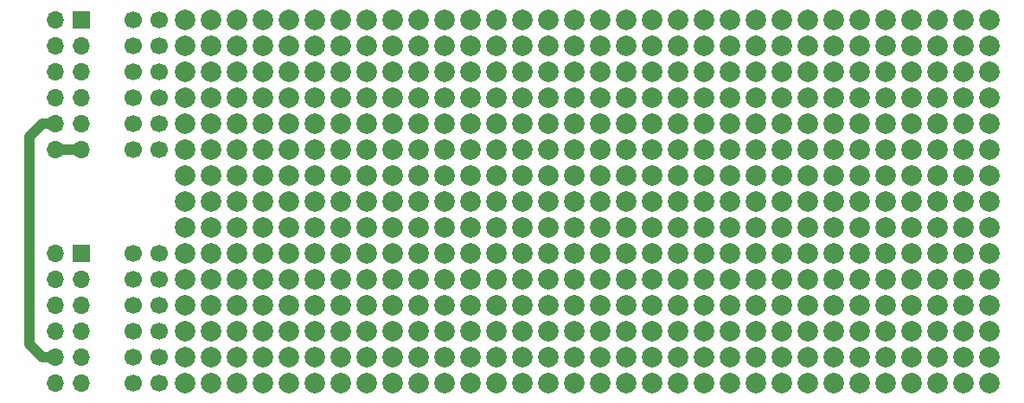
<source format=gbl>
G04 #@! TF.GenerationSoftware,KiCad,Pcbnew,(6.0.9)*
G04 #@! TF.CreationDate,2022-11-21T20:36:18+01:00*
G04 #@! TF.ProjectId,PMOD proto board,504d4f44-2070-4726-9f74-6f20626f6172,V1.0*
G04 #@! TF.SameCoordinates,Original*
G04 #@! TF.FileFunction,Copper,L2,Bot*
G04 #@! TF.FilePolarity,Positive*
%FSLAX46Y46*%
G04 Gerber Fmt 4.6, Leading zero omitted, Abs format (unit mm)*
G04 Created by KiCad (PCBNEW (6.0.9)) date 2022-11-21 20:36:18*
%MOMM*%
%LPD*%
G01*
G04 APERTURE LIST*
G04 #@! TA.AperFunction,ComponentPad*
%ADD10C,1.700000*%
G04 #@! TD*
G04 #@! TA.AperFunction,ComponentPad*
%ADD11C,2.000000*%
G04 #@! TD*
G04 #@! TA.AperFunction,ComponentPad*
%ADD12R,1.700000X1.700000*%
G04 #@! TD*
G04 #@! TA.AperFunction,ComponentPad*
%ADD13O,1.700000X1.700000*%
G04 #@! TD*
G04 #@! TA.AperFunction,Conductor*
%ADD14C,1.000000*%
G04 #@! TD*
G04 APERTURE END LIST*
D10*
X180340000Y-142240000D03*
X180340000Y-144780000D03*
X182880000Y-142240000D03*
X182880000Y-144780000D03*
D11*
X256540000Y-139700000D03*
X264160000Y-139700000D03*
X254000000Y-139700000D03*
X259080000Y-139700000D03*
X241300000Y-139700000D03*
X248920000Y-139700000D03*
X223520000Y-139700000D03*
X261620000Y-139700000D03*
X246380000Y-139700000D03*
X251460000Y-139700000D03*
X233680000Y-139700000D03*
X228600000Y-139700000D03*
X236220000Y-139700000D03*
X238760000Y-139700000D03*
X231140000Y-139700000D03*
X218440000Y-139700000D03*
X210820000Y-139700000D03*
X220980000Y-139700000D03*
X215900000Y-139700000D03*
X203200000Y-139700000D03*
X213360000Y-139700000D03*
X243840000Y-139700000D03*
X205740000Y-139700000D03*
X200660000Y-139700000D03*
X195580000Y-139700000D03*
X226060000Y-139700000D03*
X198120000Y-139700000D03*
X208280000Y-139700000D03*
X228600000Y-142240000D03*
X193040000Y-139700000D03*
X223520000Y-142240000D03*
X190500000Y-139700000D03*
X261620000Y-142240000D03*
X251460000Y-142240000D03*
X254000000Y-142240000D03*
X233680000Y-142240000D03*
X226060000Y-142240000D03*
X220980000Y-142240000D03*
X238760000Y-142240000D03*
X259080000Y-142240000D03*
X241300000Y-142240000D03*
X218440000Y-142240000D03*
X187960000Y-142240000D03*
X200660000Y-142240000D03*
X231140000Y-142240000D03*
X251460000Y-144780000D03*
X193040000Y-142240000D03*
X213360000Y-142240000D03*
X264160000Y-144780000D03*
X233680000Y-144780000D03*
X236220000Y-142240000D03*
X259080000Y-144780000D03*
X205740000Y-142240000D03*
X195580000Y-142240000D03*
X256540000Y-144780000D03*
X215900000Y-142240000D03*
X246380000Y-144780000D03*
X190500000Y-142240000D03*
X185420000Y-142240000D03*
X210820000Y-142240000D03*
X218440000Y-144780000D03*
X198120000Y-142240000D03*
X203200000Y-142240000D03*
X198120000Y-144780000D03*
X243840000Y-142240000D03*
X236220000Y-144780000D03*
X195580000Y-144780000D03*
X210820000Y-144780000D03*
X228600000Y-144780000D03*
X223520000Y-144780000D03*
X208280000Y-144780000D03*
X254000000Y-144780000D03*
X231140000Y-144780000D03*
X208280000Y-142240000D03*
X203200000Y-144780000D03*
X220980000Y-144780000D03*
X226060000Y-144780000D03*
X200660000Y-144780000D03*
X215900000Y-144780000D03*
X248920000Y-142240000D03*
X261620000Y-144780000D03*
X205740000Y-144780000D03*
X238760000Y-144780000D03*
X248920000Y-144780000D03*
X246380000Y-142240000D03*
X241300000Y-144780000D03*
X264160000Y-142240000D03*
X213360000Y-144780000D03*
X185420000Y-139700000D03*
X193040000Y-144780000D03*
X190500000Y-144780000D03*
X185420000Y-144780000D03*
X256540000Y-142240000D03*
X187960000Y-139700000D03*
X243840000Y-144780000D03*
X187960000Y-144780000D03*
X259080000Y-129540000D03*
X251460000Y-129540000D03*
X254000000Y-129540000D03*
X241300000Y-129540000D03*
X233680000Y-129540000D03*
X261620000Y-129540000D03*
X228600000Y-129540000D03*
X223520000Y-129540000D03*
X190500000Y-129540000D03*
X238760000Y-129540000D03*
X256540000Y-132080000D03*
X226060000Y-129540000D03*
X218440000Y-129540000D03*
X210820000Y-129540000D03*
X215900000Y-129540000D03*
X264160000Y-132080000D03*
X213360000Y-129540000D03*
X195580000Y-129540000D03*
X243840000Y-129540000D03*
X220980000Y-129540000D03*
X187960000Y-129540000D03*
X203200000Y-129540000D03*
X200660000Y-129540000D03*
X185420000Y-129540000D03*
X205740000Y-129540000D03*
X193040000Y-129540000D03*
X231140000Y-129540000D03*
X198120000Y-129540000D03*
X236220000Y-129540000D03*
X208280000Y-129540000D03*
X246380000Y-132080000D03*
X248920000Y-132080000D03*
X259080000Y-132080000D03*
X254000000Y-132080000D03*
X251460000Y-132080000D03*
X261620000Y-132080000D03*
X241300000Y-132080000D03*
X233680000Y-132080000D03*
X228600000Y-132080000D03*
X236220000Y-132080000D03*
X223520000Y-132080000D03*
X238760000Y-132080000D03*
X231140000Y-132080000D03*
X226060000Y-132080000D03*
X218440000Y-132080000D03*
X220980000Y-132080000D03*
X210820000Y-132080000D03*
X203200000Y-132080000D03*
X198120000Y-132080000D03*
X243840000Y-132080000D03*
X205740000Y-132080000D03*
X215900000Y-132080000D03*
X208280000Y-132080000D03*
X213360000Y-132080000D03*
X200660000Y-132080000D03*
X195580000Y-132080000D03*
X218440000Y-124460000D03*
X210820000Y-124460000D03*
X198120000Y-124460000D03*
X259080000Y-124460000D03*
X254000000Y-124460000D03*
X233680000Y-124460000D03*
X251460000Y-124460000D03*
X243840000Y-124460000D03*
X261620000Y-124460000D03*
X205740000Y-124460000D03*
X241300000Y-124460000D03*
X220980000Y-124460000D03*
X238760000Y-124460000D03*
X228600000Y-124460000D03*
X203200000Y-124460000D03*
X236220000Y-124460000D03*
X231140000Y-124460000D03*
X223520000Y-124460000D03*
X226060000Y-124460000D03*
X208280000Y-124460000D03*
X193040000Y-124460000D03*
X241300000Y-127000000D03*
X187960000Y-124460000D03*
X264160000Y-127000000D03*
X259080000Y-127000000D03*
X190500000Y-124460000D03*
X223520000Y-127000000D03*
X233680000Y-127000000D03*
X213360000Y-124460000D03*
X236220000Y-127000000D03*
X248920000Y-127000000D03*
X228600000Y-127000000D03*
X246380000Y-127000000D03*
X200660000Y-124460000D03*
X185420000Y-124460000D03*
X251460000Y-127000000D03*
X195580000Y-124460000D03*
X254000000Y-127000000D03*
X256540000Y-127000000D03*
X261620000Y-127000000D03*
X215900000Y-124460000D03*
X231140000Y-127000000D03*
X210820000Y-127000000D03*
X190500000Y-127000000D03*
X264160000Y-129540000D03*
X215900000Y-127000000D03*
X213360000Y-127000000D03*
X195580000Y-127000000D03*
X193040000Y-127000000D03*
X200660000Y-127000000D03*
X246380000Y-129540000D03*
X203200000Y-127000000D03*
X185420000Y-127000000D03*
X208280000Y-127000000D03*
X205740000Y-127000000D03*
X187960000Y-127000000D03*
X248920000Y-129540000D03*
X243840000Y-127000000D03*
X256540000Y-129540000D03*
X226060000Y-127000000D03*
X218440000Y-127000000D03*
X220980000Y-127000000D03*
X238760000Y-127000000D03*
X198120000Y-127000000D03*
X190500000Y-132080000D03*
X193040000Y-132080000D03*
X261620000Y-134620000D03*
X228600000Y-134620000D03*
X223520000Y-134620000D03*
X256540000Y-137160000D03*
X251460000Y-134620000D03*
X254000000Y-134620000D03*
X233680000Y-134620000D03*
X190500000Y-134620000D03*
X226060000Y-134620000D03*
X220980000Y-134620000D03*
X215900000Y-134620000D03*
X210820000Y-134620000D03*
X259080000Y-134620000D03*
X241300000Y-134620000D03*
X238760000Y-134620000D03*
X218440000Y-134620000D03*
X187960000Y-134620000D03*
X213360000Y-134620000D03*
X264160000Y-137160000D03*
X243840000Y-134620000D03*
X195580000Y-134620000D03*
X236220000Y-134620000D03*
X185420000Y-134620000D03*
X203200000Y-134620000D03*
X200660000Y-134620000D03*
X205740000Y-134620000D03*
X193040000Y-134620000D03*
X231140000Y-134620000D03*
X198120000Y-134620000D03*
X246380000Y-137160000D03*
X259080000Y-137160000D03*
X233680000Y-137160000D03*
X218440000Y-137160000D03*
X251460000Y-137160000D03*
X198120000Y-137160000D03*
X236220000Y-137160000D03*
X195580000Y-137160000D03*
X215900000Y-137160000D03*
X261620000Y-137160000D03*
X210820000Y-137160000D03*
X228600000Y-137160000D03*
X223520000Y-137160000D03*
X205740000Y-137160000D03*
X241300000Y-137160000D03*
X208280000Y-137160000D03*
X264160000Y-134620000D03*
X248920000Y-134620000D03*
X238760000Y-137160000D03*
X231140000Y-137160000D03*
X200660000Y-137160000D03*
X208280000Y-134620000D03*
X248920000Y-137160000D03*
X254000000Y-137160000D03*
X226060000Y-137160000D03*
X220980000Y-137160000D03*
X203200000Y-137160000D03*
X243840000Y-137160000D03*
X213360000Y-137160000D03*
X246380000Y-134620000D03*
X193040000Y-137160000D03*
X190500000Y-137160000D03*
X185420000Y-137160000D03*
X187960000Y-137160000D03*
X248920000Y-124460000D03*
X256540000Y-124460000D03*
X264160000Y-124460000D03*
X246380000Y-124460000D03*
X256540000Y-134620000D03*
X185420000Y-132080000D03*
X187960000Y-132080000D03*
D10*
X180340000Y-139700000D03*
X180340000Y-137160000D03*
X180340000Y-134620000D03*
X180340000Y-132080000D03*
X182880000Y-132080000D03*
X182880000Y-134620000D03*
X182880000Y-137160000D03*
X182880000Y-139700000D03*
D12*
X175260000Y-132080000D03*
D13*
X175260000Y-134620000D03*
X175260000Y-137160000D03*
X175260000Y-139700000D03*
X175260000Y-142240000D03*
X175260000Y-144780000D03*
X172720000Y-132080000D03*
X172720000Y-134620000D03*
X172720000Y-137160000D03*
X172720000Y-139700000D03*
X172720000Y-142240000D03*
X172720000Y-144780000D03*
D11*
X259080000Y-119380000D03*
X251460000Y-119380000D03*
X254000000Y-119380000D03*
X241300000Y-119380000D03*
X233680000Y-119380000D03*
X261620000Y-119380000D03*
X228600000Y-119380000D03*
X223520000Y-119380000D03*
X190500000Y-119380000D03*
X238760000Y-119380000D03*
X256540000Y-121920000D03*
X226060000Y-119380000D03*
X218440000Y-119380000D03*
X210820000Y-119380000D03*
X215900000Y-119380000D03*
X264160000Y-121920000D03*
X213360000Y-119380000D03*
X195580000Y-119380000D03*
X243840000Y-119380000D03*
X220980000Y-119380000D03*
X187960000Y-119380000D03*
X203200000Y-119380000D03*
X200660000Y-119380000D03*
X185420000Y-119380000D03*
X205740000Y-119380000D03*
X193040000Y-119380000D03*
X231140000Y-119380000D03*
X198120000Y-119380000D03*
X236220000Y-119380000D03*
X208280000Y-119380000D03*
X246380000Y-121920000D03*
X248920000Y-121920000D03*
X259080000Y-121920000D03*
X254000000Y-121920000D03*
X251460000Y-121920000D03*
X261620000Y-121920000D03*
X241300000Y-121920000D03*
X233680000Y-121920000D03*
X228600000Y-121920000D03*
X236220000Y-121920000D03*
X223520000Y-121920000D03*
X238760000Y-121920000D03*
X231140000Y-121920000D03*
X226060000Y-121920000D03*
X218440000Y-121920000D03*
X220980000Y-121920000D03*
X210820000Y-121920000D03*
X203200000Y-121920000D03*
X198120000Y-121920000D03*
X243840000Y-121920000D03*
X205740000Y-121920000D03*
X215900000Y-121920000D03*
X208280000Y-121920000D03*
X213360000Y-121920000D03*
X200660000Y-121920000D03*
X195580000Y-121920000D03*
X264160000Y-119380000D03*
X246380000Y-119380000D03*
X248920000Y-119380000D03*
X256540000Y-119380000D03*
X190500000Y-121920000D03*
X193040000Y-121920000D03*
X185420000Y-121920000D03*
X187960000Y-121920000D03*
D10*
X180340000Y-121920000D03*
X182880000Y-121920000D03*
X180340000Y-119380000D03*
X182880000Y-119380000D03*
D11*
X256540000Y-109220000D03*
X264160000Y-109220000D03*
X246380000Y-109220000D03*
X248920000Y-109220000D03*
X259080000Y-109220000D03*
X254000000Y-109220000D03*
X251460000Y-109220000D03*
X261620000Y-109220000D03*
X241300000Y-109220000D03*
X233680000Y-109220000D03*
X228600000Y-109220000D03*
X236220000Y-109220000D03*
X223520000Y-109220000D03*
X238760000Y-109220000D03*
X231140000Y-109220000D03*
X226060000Y-109220000D03*
X218440000Y-109220000D03*
X220980000Y-109220000D03*
X210820000Y-109220000D03*
X203200000Y-109220000D03*
X198120000Y-109220000D03*
X243840000Y-109220000D03*
X205740000Y-109220000D03*
X215900000Y-109220000D03*
X208280000Y-109220000D03*
X213360000Y-109220000D03*
X200660000Y-109220000D03*
X195580000Y-109220000D03*
X190500000Y-109220000D03*
X193040000Y-109220000D03*
X185420000Y-109220000D03*
X187960000Y-109220000D03*
X256540000Y-111760000D03*
X264160000Y-111760000D03*
X246380000Y-111760000D03*
X248920000Y-111760000D03*
X259080000Y-111760000D03*
X254000000Y-111760000D03*
X251460000Y-111760000D03*
X261620000Y-111760000D03*
X241300000Y-111760000D03*
X233680000Y-111760000D03*
X228600000Y-111760000D03*
X236220000Y-111760000D03*
X223520000Y-111760000D03*
X238760000Y-111760000D03*
X231140000Y-111760000D03*
X226060000Y-111760000D03*
X218440000Y-111760000D03*
X220980000Y-111760000D03*
X210820000Y-111760000D03*
X203200000Y-111760000D03*
X198120000Y-111760000D03*
X243840000Y-111760000D03*
X205740000Y-111760000D03*
X215900000Y-111760000D03*
X208280000Y-111760000D03*
X213360000Y-111760000D03*
X200660000Y-111760000D03*
X195580000Y-111760000D03*
X190500000Y-111760000D03*
X193040000Y-111760000D03*
X185420000Y-111760000D03*
X187960000Y-111760000D03*
X256540000Y-114300000D03*
X264160000Y-114300000D03*
X246380000Y-114300000D03*
X248920000Y-114300000D03*
X259080000Y-114300000D03*
X254000000Y-114300000D03*
X251460000Y-114300000D03*
X261620000Y-114300000D03*
X241300000Y-114300000D03*
X233680000Y-114300000D03*
X228600000Y-114300000D03*
X236220000Y-114300000D03*
X223520000Y-114300000D03*
X238760000Y-114300000D03*
X231140000Y-114300000D03*
X226060000Y-114300000D03*
X218440000Y-114300000D03*
X220980000Y-114300000D03*
X210820000Y-114300000D03*
X203200000Y-114300000D03*
X198120000Y-114300000D03*
X243840000Y-114300000D03*
X205740000Y-114300000D03*
X215900000Y-114300000D03*
X208280000Y-114300000D03*
X213360000Y-114300000D03*
X200660000Y-114300000D03*
X195580000Y-114300000D03*
X190500000Y-114300000D03*
X193040000Y-114300000D03*
X185420000Y-114300000D03*
X187960000Y-114300000D03*
X264160000Y-116840000D03*
X256540000Y-116840000D03*
X251460000Y-116840000D03*
X259080000Y-116840000D03*
X246380000Y-116840000D03*
X261620000Y-116840000D03*
X254000000Y-116840000D03*
X248920000Y-116840000D03*
X241300000Y-116840000D03*
X233680000Y-116840000D03*
X228600000Y-116840000D03*
X236220000Y-116840000D03*
X238760000Y-116840000D03*
X243840000Y-116840000D03*
X231140000Y-116840000D03*
X226060000Y-116840000D03*
X220980000Y-116840000D03*
X223520000Y-116840000D03*
X215900000Y-116840000D03*
X218440000Y-116840000D03*
X213360000Y-116840000D03*
X208280000Y-116840000D03*
X210820000Y-116840000D03*
X205740000Y-116840000D03*
X200660000Y-116840000D03*
X203200000Y-116840000D03*
X195580000Y-116840000D03*
X198120000Y-116840000D03*
X190500000Y-116840000D03*
X193040000Y-116840000D03*
D10*
X180340000Y-116840000D03*
X180340000Y-114300000D03*
X180340000Y-111760000D03*
X180340000Y-109220000D03*
X182880000Y-109220000D03*
X182880000Y-111760000D03*
X182880000Y-114300000D03*
X182880000Y-116840000D03*
D11*
X187960000Y-116840000D03*
X185420000Y-116840000D03*
D12*
X175260000Y-109220000D03*
D13*
X175260000Y-111760000D03*
X175260000Y-114300000D03*
X175260000Y-116840000D03*
X175260000Y-119380000D03*
X175260000Y-121920000D03*
X172720000Y-109220000D03*
X172720000Y-111760000D03*
X172720000Y-114300000D03*
X172720000Y-116840000D03*
X172720000Y-119380000D03*
X172720000Y-121920000D03*
D14*
X175260000Y-121920000D02*
X172720000Y-121920000D01*
X171450000Y-142240000D02*
X172720000Y-142240000D01*
X170180000Y-120650000D02*
X170180000Y-140970000D01*
X170180000Y-140970000D02*
X171450000Y-142240000D01*
X171450000Y-119380000D02*
X170180000Y-120650000D01*
X172720000Y-119380000D02*
X171450000Y-119380000D01*
M02*

</source>
